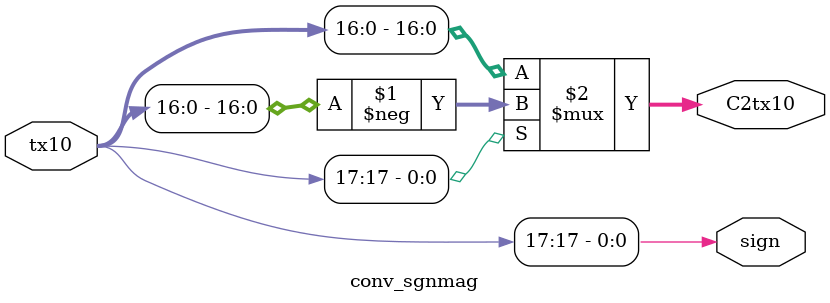
<source format=sv>
module conv_sgnmag (
    input logic signed [17:0] tx10, 
    output logic [16:0] C2tx10,
    output logic sign
);


//convert sign magnitude to 2's complement
// assign C2tx10 = tx10[17] ? -tx10[16:0] : tx10[16:0];
assign sign = tx10[17];

assign C2tx10 = sign ? -tx10[16:0] : tx10[16:0];

//assign C2tx10 = sign ? tx10[16:0] : -tx10[16:0];

// assign C2tx10 ={0,tx10[15:0]};


// assign C2tx10 =-tx10[16:0];


endmodule
</source>
